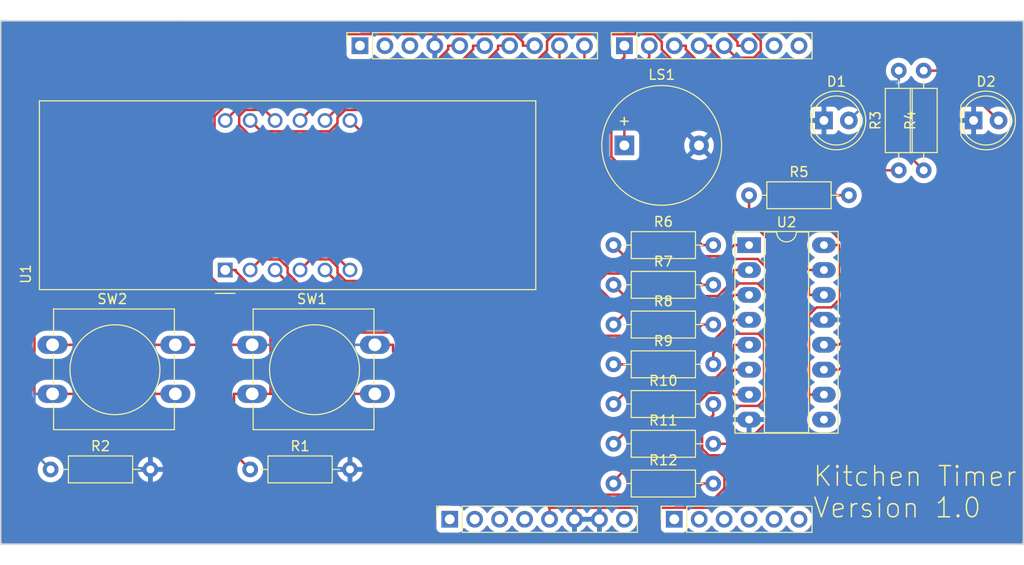
<source format=kicad_pcb>
(kicad_pcb (version 20221018) (generator pcbnew)
  (title_block (date "mar. 31 mars 2015"))
  (layers (0 "F.Cu" signal) (31 "B.Cu" power) (34 "B.Paste" user) (35 "F.Paste" user) (36 "B.SilkS" user "B.Silkscreen") (37 "F.SilkS" user "F.Silkscreen") (38 "B.Mask" user) (39 "F.Mask" user) (44 "Edge.Cuts" user))
  (net 0 "")
  (net 1 "GND")
  (net 3 "+5V")
  (net 4 "/IOREF")
  (net 5 "/A0")
  (net 6 "/A1")
  (net 7 "/A2")
  (net 8 "/A3")
  (net 9 "/SDA{slash}A4")
  (net 10 "/SCL{slash}A5")
  (net 11 "Net-(D1-A)")
  (net 12 "Net-(D2-A)")
  (net 16 "Dig1")
  (net 17 "Dig2")
  (net 18 "Dig3")
  (net 19 "Dig4")
  (net 20 "DS")
  (net 21 "ST_CP")
  (net 22 "SH_CP")
  (net 23 "/TX{slash}1")
  (net 24 "Buzzer")
  (net 25 "/RX{slash}0")
  (net 26 "+3V3")
  (net 27 "VCC")
  (net 28 "/~{RESET}")
  (net 29 "RED_LED")
  (net 30 "GREEN_LED")
  (net 31 "Button_2")
  (net 32 "Button_1")
  (net 33 "a")
  (net 34 "Net-(U1-a)")
  (net 35 "b")
  (net 36 "Net-(U1-b)")
  (net 37 "c")
  (net 38 "Net-(U1-c)")
  (net 39 "d")
  (net 40 "Net-(U1-d)")
  (net 41 "e")
  (net 42 "Net-(U1-e)")
  (net 43 "f")
  (net 44 "Net-(U1-f)")
  (net 45 "g")
  (net 46 "Net-(U1-g)")
  (net 47 "dp")
  (net 48 "Net-(U1-DPX)")
  (footprint "Connector_PinSocket_2.54mm:PinSocket_1x08_P2.54mm_Vertical" (layer "F.Cu") (at 127.94 97.46 90)
    (fp_text reference "J1" hide)
    (fp_text value "Power")
    (fp_line (start -1.33 1.27) (end -1.33 19.11) (stroke (width 0.12)) (layer "F.SilkS"))
    (fp_line (start -1.33 1.27) (end 1.33 1.27) (stroke (width 0.12)) (layer "F.SilkS"))
    (fp_line (start -1.33 19.11) (end 1.33 19.11) (stroke (width 0.12)) (layer "F.SilkS"))
    (fp_line (start 0 -1.33) (end 1.33 -1.33) (stroke (width 0.12)) (layer "F.SilkS"))
    (fp_line (start 1.33 -1.33) (end 1.33 0) (stroke (width 0.12)) (layer "F.SilkS"))
    (fp_line (start 1.33 1.27) (end 1.33 19.11) (stroke (width 0.12)) (layer "F.SilkS"))
    (pad "1" thru_hole rect locked (at 0 0 90) (size 1.7 1.7) (drill 1) (layers "*.Cu" "*.Mask"))
    (pad "2" thru_hole oval locked (at 0 2.54 90) (size 1.7 1.7) (drill 1) (layers "*.Cu" "*.Mask") (net 4 "/IOREF"))
    (pad "3" thru_hole oval locked (at 0 5.08 90) (size 1.7 1.7) (drill 1) (layers "*.Cu" "*.Mask") (net 28 "/~{RESET}"))
    (pad "4" thru_hole oval locked (at 0 7.62 90) (size 1.7 1.7) (drill 1) (layers "*.Cu" "*.Mask") (net 26 "+3V3"))
    (pad "5" thru_hole oval locked (at 0 10.16 90) (size 1.7 1.7) (drill 1) (layers "*.Cu" "*.Mask") (net 3 "+5V"))
    (pad "6" thru_hole oval locked (at 0 12.7 90) (size 1.7 1.7) (drill 1) (layers "*.Cu" "*.Mask") (net 1 "GND"))
    (pad "7" thru_hole oval locked (at 0 15.24 90) (size 1.7 1.7) (drill 1) (layers "*.Cu" "*.Mask") (net 1 "GND"))
    (pad "8" thru_hole oval locked (at 0 17.78 90) (size 1.7 1.7) (drill 1) (layers "*.Cu" "*.Mask") (net 27 "VCC"))
  )
  (footprint "Connector_PinSocket_2.54mm:PinSocket_1x06_P2.54mm_Vertical" (layer "F.Cu") (at 150.8 97.46 90)
    (fp_text reference "J3" hide)
    (fp_text value "Analog")
    (fp_line (start -1.33 1.27) (end -1.33 14.03) (stroke (width 0.12)) (layer "F.SilkS"))
    (fp_line (start -1.33 1.27) (end 1.33 1.27) (stroke (width 0.12)) (layer "F.SilkS"))
    (fp_line (start -1.33 14.03) (end 1.33 14.03) (stroke (width 0.12)) (layer "F.SilkS"))
    (fp_line (start 0 -1.33) (end 1.33 -1.33) (stroke (width 0.12)) (layer "F.SilkS"))
    (fp_line (start 1.33 -1.33) (end 1.33 0) (stroke (width 0.12)) (layer "F.SilkS"))
    (fp_line (start 1.33 1.27) (end 1.33 14.03) (stroke (width 0.12)) (layer "F.SilkS"))
    (pad "1" thru_hole rect locked (at 0 0 90) (size 1.7 1.7) (drill 1) (layers "*.Cu" "*.Mask") (net 5 "/A0"))
    (pad "2" thru_hole oval locked (at 0 2.54 90) (size 1.7 1.7) (drill 1) (layers "*.Cu" "*.Mask") (net 6 "/A1"))
    (pad "3" thru_hole oval locked (at 0 5.08 90) (size 1.7 1.7) (drill 1) (layers "*.Cu" "*.Mask") (net 7 "/A2"))
    (pad "4" thru_hole oval locked (at 0 7.62 90) (size 1.7 1.7) (drill 1) (layers "*.Cu" "*.Mask") (net 8 "/A3"))
    (pad "5" thru_hole oval locked (at 0 10.16 90) (size 1.7 1.7) (drill 1) (layers "*.Cu" "*.Mask") (net 9 "/SDA{slash}A4"))
    (pad "6" thru_hole oval locked (at 0 12.7 90) (size 1.7 1.7) (drill 1) (layers "*.Cu" "*.Mask") (net 10 "/SCL{slash}A5"))
  )
  (footprint "Connector_PinSocket_2.54mm:PinSocket_1x10_P2.54mm_Vertical" (layer "F.Cu") (at 118.796 49.2 90)
    (fp_text reference "J2" hide)
    (fp_text value "Digital/PWM")
    (fp_line (start -1.33 1.27) (end -1.33 24.19) (stroke (width 0.12)) (layer "F.SilkS"))
    (fp_line (start -1.33 1.27) (end 1.33 1.27) (stroke (width 0.12)) (layer "F.SilkS"))
    (fp_line (start -1.33 24.19) (end 1.33 24.19) (stroke (width 0.12)) (layer "F.SilkS"))
    (fp_line (start 0 -1.33) (end 1.33 -1.33) (stroke (width 0.12)) (layer "F.SilkS"))
    (fp_line (start 1.33 -1.33) (end 1.33 0) (stroke (width 0.12)) (layer "F.SilkS"))
    (fp_line (start 1.33 1.27) (end 1.33 24.19) (stroke (width 0.12)) (layer "F.SilkS"))
    (pad "1" thru_hole rect locked (at 0 0 90) (size 1.7 1.7) (drill 1) (layers "*.Cu" "*.Mask"))
    (pad "2" thru_hole oval locked (at 0 2.54 90) (size 1.7 1.7) (drill 1) (layers "*.Cu" "*.Mask"))
    (pad "3" thru_hole oval locked (at 0 5.08 90) (size 1.7 1.7) (drill 1) (layers "*.Cu" "*.Mask"))
    (pad "4" thru_hole oval locked (at 0 7.62 90) (size 1.7 1.7) (drill 1) (layers "*.Cu" "*.Mask") (net 1 "GND"))
    (pad "5" thru_hole oval locked (at 0 10.16 90) (size 1.7 1.7) (drill 1) (layers "*.Cu" "*.Mask") (net 16 "Dig1"))
    (pad "6" thru_hole oval locked (at 0 12.7 90) (size 1.7 1.7) (drill 1) (layers "*.Cu" "*.Mask") (net 17 "Dig2"))
    (pad "7" thru_hole oval locked (at 0 15.24 90) (size 1.7 1.7) (drill 1) (layers "*.Cu" "*.Mask") (net 18 "Dig3"))
    (pad "8" thru_hole oval locked (at 0 17.78 90) (size 1.7 1.7) (drill 1) (layers "*.Cu" "*.Mask") (net 19 "Dig4"))
    (pad "9" thru_hole oval locked (at 0 20.32 90) (size 1.7 1.7) (drill 1) (layers "*.Cu" "*.Mask") (net 20 "DS"))
    (pad "10" thru_hole oval locked (at 0 22.86 90) (size 1.7 1.7) (drill 1) (layers "*.Cu" "*.Mask") (net 21 "ST_CP"))
  )
  (footprint "Connector_PinSocket_2.54mm:PinSocket_1x08_P2.54mm_Vertical" (layer "F.Cu") (at 145.72 49.2 90)
    (fp_text reference "J4" hide)
    (fp_text value "Digital/PWM")
    (fp_line (start -1.33 1.27) (end -1.33 19.11) (stroke (width 0.12)) (layer "F.SilkS"))
    (fp_line (start -1.33 1.27) (end 1.33 1.27) (stroke (width 0.12)) (layer "F.SilkS"))
    (fp_line (start -1.33 19.11) (end 1.33 19.11) (stroke (width 0.12)) (layer "F.SilkS"))
    (fp_line (start 0 -1.33) (end 1.33 -1.33) (stroke (width 0.12)) (layer "F.SilkS"))
    (fp_line (start 1.33 -1.33) (end 1.33 0) (stroke (width 0.12)) (layer "F.SilkS"))
    (fp_line (start 1.33 1.27) (end 1.33 19.11) (stroke (width 0.12)) (layer "F.SilkS"))
    (pad "1" thru_hole rect locked (at 0 0 90) (size 1.7 1.7) (drill 1) (layers "*.Cu" "*.Mask") (net 22 "SH_CP"))
    (pad "2" thru_hole oval locked (at 0 2.54 90) (size 1.7 1.7) (drill 1) (layers "*.Cu" "*.Mask") (net 24 "Buzzer"))
    (pad "3" thru_hole oval locked (at 0 5.08 90) (size 1.7 1.7) (drill 1) (layers "*.Cu" "*.Mask") (net 29 "RED_LED"))
    (pad "4" thru_hole oval locked (at 0 7.62 90) (size 1.7 1.7) (drill 1) (layers "*.Cu" "*.Mask") (net 30 "GREEN_LED"))
    (pad "5" thru_hole oval locked (at 0 10.16 90) (size 1.7 1.7) (drill 1) (layers "*.Cu" "*.Mask") (net 31 "Button_2"))
    (pad "6" thru_hole oval locked (at 0 12.7 90) (size 1.7 1.7) (drill 1) (layers "*.Cu" "*.Mask") (net 32 "Button_1"))
    (pad "7" thru_hole oval locked (at 0 15.24 90) (size 1.7 1.7) (drill 1) (layers "*.Cu" "*.Mask") (net 23 "/TX{slash}1"))
    (pad "8" thru_hole oval locked (at 0 17.78 90) (size 1.7 1.7) (drill 1) (layers "*.Cu" "*.Mask") (net 25 "/RX{slash}0"))
  )
  (footprint "LED_THT:LED_D5.0mm" (layer "F.Cu") (at 181.28 56.82)
    (fp_text reference "D2" (at 1.27 -3.96) (layer "F.SilkS"))
    (fp_text value "LED")
    (fp_line (start -1.29 -1.545) (end -1.29 1.545) (stroke (width 0.12)) (layer "F.SilkS"))
    (fp_arc (start -1.29 -1.54483) (mid 2.072002 -2.880433) (end 4.26 0.000462) (stroke (width 0.12)) (layer "F.SilkS"))
    (fp_arc (start 4.26 -0.000462) (mid 2.072002 2.880433) (end -1.29 1.54483) (stroke (width 0.12)) (layer "F.SilkS"))
    (fp_circle (center 1.27 0) (end 3.77 0) (stroke (width 0.12)) (fill none) (layer "F.SilkS"))
    (pad "1" thru_hole rect (at 0 0) (size 1.8 1.8) (drill 0.9) (layers "*.Cu" "*.Mask") (net 1 "GND"))
    (pad "2" thru_hole circle (at 2.54 0) (size 1.8 1.8) (drill 0.9) (layers "*.Cu" "*.Mask") (net 12 "Net-(D2-A)"))
  )
  (footprint "Package_DIP:DIP-16_W7.62mm_Socket_LongPads" (layer "F.Cu") (at 158.42 69.52)
    (fp_text reference "U2" (at 3.81 -2.33) (layer "F.SilkS"))
    (fp_text value "74HC595")
    (fp_line (start -1.44 -1.39) (end -1.44 19.17) (stroke (width 0.12)) (layer "F.SilkS"))
    (fp_line (start -1.44 19.17) (end 9.06 19.17) (stroke (width 0.12)) (layer "F.SilkS"))
    (fp_line (start 1.56 -1.33) (end 1.56 19.11) (stroke (width 0.12)) (layer "F.SilkS"))
    (fp_line (start 1.56 19.11) (end 6.06 19.11) (stroke (width 0.12)) (layer "F.SilkS"))
    (fp_line (start 2.81 -1.33) (end 1.56 -1.33) (stroke (width 0.12)) (layer "F.SilkS"))
    (fp_line (start 6.06 -1.33) (end 4.81 -1.33) (stroke (width 0.12)) (layer "F.SilkS"))
    (fp_line (start 6.06 19.11) (end 6.06 -1.33) (stroke (width 0.12)) (layer "F.SilkS"))
    (fp_line (start 9.06 -1.39) (end -1.44 -1.39) (stroke (width 0.12)) (layer "F.SilkS"))
    (fp_line (start 9.06 19.17) (end 9.06 -1.39) (stroke (width 0.12)) (layer "F.SilkS"))
    (fp_arc (start 4.81 -1.33) (mid 3.81 -0.33) (end 2.81 -1.33) (stroke (width 0.12)) (layer "F.SilkS"))
    (pad "1" thru_hole rect (at 0 0) (size 2.4 1.6) (drill 0.8) (layers "*.Cu" "*.Mask") (net 35 "b"))
    (pad "2" thru_hole oval (at 0 2.54) (size 2.4 1.6) (drill 0.8) (layers "*.Cu" "*.Mask") (net 37 "c"))
    (pad "3" thru_hole oval (at 0 5.08) (size 2.4 1.6) (drill 0.8) (layers "*.Cu" "*.Mask") (net 39 "d"))
    (pad "4" thru_hole oval (at 0 7.62) (size 2.4 1.6) (drill 0.8) (layers "*.Cu" "*.Mask") (net 41 "e"))
    (pad "5" thru_hole oval (at 0 10.16) (size 2.4 1.6) (drill 0.8) (layers "*.Cu" "*.Mask") (net 43 "f"))
    (pad "6" thru_hole oval (at 0 12.7) (size 2.4 1.6) (drill 0.8) (layers "*.Cu" "*.Mask") (net 45 "g"))
    (pad "7" thru_hole oval (at 0 15.24) (size 2.4 1.6) (drill 0.8) (layers "*.Cu" "*.Mask") (net 47 "dp"))
    (pad "8" thru_hole oval (at 0 17.78) (size 2.4 1.6) (drill 0.8) (layers "*.Cu" "*.Mask") (net 1 "GND"))
    (pad "9" thru_hole oval (at 7.62 17.78) (size 2.4 1.6) (drill 0.8) (layers "*.Cu" "*.Mask"))
    (pad "10" thru_hole oval (at 7.62 15.24) (size 2.4 1.6) (drill 0.8) (layers "*.Cu" "*.Mask") (net 3 "+5V"))
    (pad "11" thru_hole oval (at 7.62 12.7) (size 2.4 1.6) (drill 0.8) (layers "*.Cu" "*.Mask") (net 22 "SH_CP"))
    (pad "12" thru_hole oval (at 7.62 10.16) (size 2.4 1.6) (drill 0.8) (layers "*.Cu" "*.Mask") (net 21 "ST_CP"))
    (pad "13" thru_hole oval (at 7.62 7.62) (size 2.4 1.6) (drill 0.8) (layers "*.Cu" "*.Mask") (net 1 "GND"))
    (pad "14" thru_hole oval (at 7.62 5.08) (size 2.4 1.6) (drill 0.8) (layers "*.Cu" "*.Mask") (net 20 "DS"))
    (pad "15" thru_hole oval (at 7.62 2.54) (size 2.4 1.6) (drill 0.8) (layers "*.Cu" "*.Mask") (net 33 "a"))
    (pad "16" thru_hole oval (at 7.62 0) (size 2.4 1.6) (drill 0.8) (layers "*.Cu" "*.Mask") (net 3 "+5V"))
  )
  (footprint "Resistor_THT:R_Axial_DIN0207_L6.3mm_D2.5mm_P10.16mm_Horizontal" (layer "F.Cu") (at 144.61 77.62)
    (fp_text reference "R8" (at 5.08 -2.37) (layer "F.SilkS"))
    (fp_text value "100")
    (fp_line (start 1.04 0) (end 1.81 0) (stroke (width 0.12)) (layer "F.SilkS"))
    (fp_line (start 1.81 -1.37) (end 1.81 1.37) (stroke (width 0.12)) (layer "F.SilkS"))
    (fp_line (start 1.81 1.37) (end 8.35 1.37) (stroke (width 0.12)) (layer "F.SilkS"))
    (fp_line (start 8.35 -1.37) (end 1.81 -1.37) (stroke (width 0.12)) (layer "F.SilkS"))
    (fp_line (start 8.35 1.37) (end 8.35 -1.37) (stroke (width 0.12)) (layer "F.SilkS"))
    (fp_line (start 9.12 0) (end 8.35 0) (stroke (width 0.12)) (layer "F.SilkS"))
    (pad "1" thru_hole circle (at 0 0) (size 1.6 1.6) (drill 0.8) (layers "*.Cu" "*.Mask") (net 39 "d"))
    (pad "2" thru_hole oval (at 10.16 0) (size 1.6 1.6) (drill 0.8) (layers "*.Cu" "*.Mask") (net 40 "Net-(U1-d)"))
  )
  (footprint "Resistor_THT:R_Axial_DIN0207_L6.3mm_D2.5mm_P10.16mm_Horizontal" (layer "F.Cu") (at 158.42 64.44)
    (fp_text reference "R5" (at 5.08 -2.37) (layer "F.SilkS"))
    (fp_text value "100")
    (fp_line (start 1.04 0) (end 1.81 0) (stroke (width 0.12)) (layer "F.SilkS"))
    (fp_line (start 1.81 -1.37) (end 1.81 1.37) (stroke (width 0.12)) (layer "F.SilkS"))
    (fp_line (start 1.81 1.37) (end 8.35 1.37) (stroke (width 0.12)) (layer "F.SilkS"))
    (fp_line (start 8.35 -1.37) (end 1.81 -1.37) (stroke (width 0.12)) (layer "F.SilkS"))
    (fp_line (start 8.35 1.37) (end 8.35 -1.37) (stroke (width 0.12)) (layer "F.SilkS"))
    (fp_line (start 9.12 0) (end 8.35 0) (stroke (width 0.12)) (layer "F.SilkS"))
    (pad "1" thru_hole circle (at 0 0) (size 1.6 1.6) (drill 0.8) (layers "*.Cu" "*.Mask") (net 33 "a"))
    (pad "2" thru_hole oval (at 10.16 0) (size 1.6 1.6) (drill 0.8) (layers "*.Cu" "*.Mask") (net 34 "Net-(U1-a)"))
  )
  (footprint "LED_THT:LED_D5.0mm" (layer "F.Cu") (at 166.04 56.82)
    (fp_text reference "D1" (at 1.27 -3.96) (layer "F.SilkS"))
    (fp_text value "LED")
    (fp_line (start -1.29 -1.545) (end -1.29 1.545) (stroke (width 0.12)) (layer "F.SilkS"))
    (fp_arc (start -1.29 -1.54483) (mid 2.072002 -2.880433) (end 4.26 0.000462) (stroke (width 0.12)) (layer "F.SilkS"))
    (fp_arc (start 4.26 -0.000462) (mid 2.072002 2.880433) (end -1.29 1.54483) (stroke (width 0.12)) (layer "F.SilkS"))
    (fp_circle (center 1.27 0) (end 3.77 0) (stroke (width 0.12)) (fill none) (layer "F.SilkS"))
    (pad "1" thru_hole rect (at 0 0) (size 1.8 1.8) (drill 0.9) (layers "*.Cu" "*.Mask") (net 1 "GND"))
    (pad "2" thru_hole circle (at 2.54 0) (size 1.8 1.8) (drill 0.9) (layers "*.Cu" "*.Mask") (net 11 "Net-(D1-A)"))
  )
  (footprint "Resistor_THT:R_Axial_DIN0207_L6.3mm_D2.5mm_P10.16mm_Horizontal" (layer "F.Cu") (at 107.62 92.38)
    (fp_text reference "R1" (at 5.08 -2.37) (layer "F.SilkS"))
    (fp_text value "10k")
    (fp_line (start 1.04 0) (end 1.81 0) (stroke (width 0.12)) (layer "F.SilkS"))
    (fp_line (start 1.81 -1.37) (end 1.81 1.37) (stroke (width 0.12)) (layer "F.SilkS"))
    (fp_line (start 1.81 1.37) (end 8.35 1.37) (stroke (width 0.12)) (layer "F.SilkS"))
    (fp_line (start 8.35 -1.37) (end 1.81 -1.37) (stroke (width 0.12)) (layer "F.SilkS"))
    (fp_line (start 8.35 1.37) (end 8.35 -1.37) (stroke (width 0.12)) (layer "F.SilkS"))
    (fp_line (start 9.12 0) (end 8.35 0) (stroke (width 0.12)) (layer "F.SilkS"))
    (pad "1" thru_hole circle (at 0 0) (size 1.6 1.6) (drill 0.8) (layers "*.Cu" "*.Mask") (net 32 "Button_1"))
    (pad "2" thru_hole oval (at 10.16 0) (size 1.6 1.6) (drill 0.8) (layers "*.Cu" "*.Mask") (net 1 "GND"))
  )
  (footprint "Buzzer_Beeper:Buzzer_12x9.5RM7.6" (layer "F.Cu") (at 145.72 59.36)
    (fp_text reference "LS1" (at 3.8 -7.2) (layer "F.SilkS"))
    (fp_text value "Speaker")
    (fp_text user "+" (at -0.01 -2.54) (layer "F.SilkS"))
    (fp_circle (center 3.8 0) (end 9.9 0) (stroke (width 0.12)) (fill none) (layer "F.SilkS"))
    (pad "1" thru_hole rect (at 0 0) (size 2 2) (drill 1) (layers "*.Cu" "*.Mask") (net 24 "Buzzer"))
    (pad "2" thru_hole circle (at 7.6 0) (size 2 2) (drill 1) (layers "*.Cu" "*.Mask") (net 1 "GND"))
  )
  (footprint "Resistor_THT:R_Axial_DIN0207_L6.3mm_D2.5mm_P10.16mm_Horizontal" (layer "F.Cu") (at 87.3 92.38)
    (fp_text reference "R2" (at 5.08 -2.37) (layer "F.SilkS"))
    (fp_text value "10k")
    (fp_line (start 1.04 0) (end 1.81 0) (stroke (width 0.12)) (layer "F.SilkS"))
    (fp_line (start 1.81 -1.37) (end 1.81 1.37) (stroke (width 0.12)) (layer "F.SilkS"))
    (fp_line (start 1.81 1.37) (end 8.35 1.37) (stroke (width 0.12)) (layer "F.SilkS"))
    (fp_line (start 8.35 -1.37) (end 1.81 -1.37) (stroke (width 0.12)) (layer "F.SilkS"))
    (fp_line (start 8.35 1.37) (end 8.35 -1.37) (stroke (width 0.12)) (layer "F.SilkS"))
    (fp_line (start 9.12 0) (end 8.35 0) (stroke (width 0.12)) (layer "F.SilkS"))
    (pad "1" thru_hole circle (at 0 0) (size 1.6 1.6) (drill 0.8) (layers "*.Cu" "*.Mask") (net 31 "Button_2"))
    (pad "2" thru_hole oval (at 10.16 0) (size 1.6 1.6) (drill 0.8) (layers "*.Cu" "*.Mask") (net 1 "GND"))
  )
  (footprint "Button_Switch_THT:SW_PUSH-12mm" (layer "F.Cu") (at 107.82 79.68)
    (fp_text reference "SW1" (at 6.08 -4.66) (layer "F.SilkS"))
    (fp_text value "SW_Push")
    (fp_line (start 0.1 -3.65) (end 12.4 -3.65) (stroke (width 0.12)) (layer "F.SilkS"))
    (fp_line (start 0.1 -0.93) (end 0.1 -3.65) (stroke (width 0.12)) (layer "F.SilkS"))
    (fp_line (start 0.1 4.07) (end 0.1 0.93) (stroke (width 0.12)) (layer "F.SilkS"))
    (fp_line (start 0.1 8.65) (end 0.1 5.93) (stroke (width 0.12)) (layer "F.SilkS"))
    (fp_line (start 12.4 -3.65) (end 12.4 -0.93) (stroke (width 0.12)) (layer "F.SilkS"))
    (fp_line (start 12.4 0.93) (end 12.4 4.07) (stroke (width 0.12)) (layer "F.SilkS"))
    (fp_line (start 12.4 5.93) (end 12.4 8.65) (stroke (width 0.12)) (layer "F.SilkS"))
    (fp_line (start 12.4 8.65) (end 0.1 8.65) (stroke (width 0.12)) (layer "F.SilkS"))
    (fp_circle (center 6.35 2.54) (end 10.16 5.08) (stroke (width 0.12)) (fill none) (layer "F.SilkS"))
    (pad "1" thru_hole oval (at 0 0) (size 3.048 1.85) (drill 1.3) (layers "*.Cu" "*.Mask") (net 3 "+5V"))
    (pad "1" thru_hole oval (at 12.5 0) (size 3.048 1.85) (drill 1.3) (layers "*.Cu" "*.Mask") (net 3 "+5V"))
    (pad "2" thru_hole oval (at 0 5) (size 3.048 1.85) (drill 1.3) (layers "*.Cu" "*.Mask") (net 32 "Button_1"))
    (pad "2" thru_hole oval (at 12.5 5) (size 3.048 1.85) (drill 1.3) (layers "*.Cu" "*.Mask") (net 32 "Button_1"))
  )
  (footprint "Button_Switch_THT:SW_PUSH-12mm" (layer "F.Cu") (at 87.5 79.68)
    (fp_text reference "SW2" (at 6.08 -4.66) (layer "F.SilkS"))
    (fp_text value "SW_Push")
    (fp_line (start 0.1 -3.65) (end 12.4 -3.65) (stroke (width 0.12)) (layer "F.SilkS"))
    (fp_line (start 0.1 -0.93) (end 0.1 -3.65) (stroke (width 0.12)) (layer "F.SilkS"))
    (fp_line (start 0.1 4.07) (end 0.1 0.93) (stroke (width 0.12)) (layer "F.SilkS"))
    (fp_line (start 0.1 8.65) (end 0.1 5.93) (stroke (width 0.12)) (layer "F.SilkS"))
    (fp_line (start 12.4 -3.65) (end 12.4 -0.93) (stroke (width 0.12)) (layer "F.SilkS"))
    (fp_line (start 12.4 0.93) (end 12.4 4.07) (stroke (width 0.12)) (layer "F.SilkS"))
    (fp_line (start 12.4 5.93) (end 12.4 8.65) (stroke (width 0.12)) (layer "F.SilkS"))
    (fp_line (start 12.4 8.65) (end 0.1 8.65) (stroke (width 0.12)) (layer "F.SilkS"))
    (fp_circle (center 6.35 2.54) (end 10.16 5.08) (stroke (width 0.12)) (fill none) (layer "F.SilkS"))
    (pad "1" thru_hole oval (at 0 0) (size 3.048 1.85) (drill 1.3) (layers "*.Cu" "*.Mask") (net 3 "+5V"))
    (pad "1" thru_hole oval (at 12.5 0) (size 3.048 1.85) (drill 1.3) (layers "*.Cu" "*.Mask") (net 3 "+5V"))
    (pad "2" thru_hole oval (at 0 5) (size 3.048 1.85) (drill 1.3) (layers "*.Cu" "*.Mask") (net 31 "Button_2"))
    (pad "2" thru_hole oval (at 12.5 5) (size 3.048 1.85) (drill 1.3) (layers "*.Cu" "*.Mask") (net 31 "Button_2"))
  )
  (footprint "Display_7Segment:CA56-12EWA" (layer "F.Cu") (at 105.08 72.06 90)
    (fp_text reference "U1" (at -0.4 -20.31 90) (layer "F.SilkS"))
    (fp_text value "CA56-12EWA")
    (fp_line (start -2.38 -1) (end -2.38 1) (stroke (width 0.12)) (layer "F.SilkS"))
    (fp_line (start -2 -18.92) (end -2 31.62) (stroke (width 0.12)) (layer "F.SilkS"))
    (fp_line (start -2 -18.92) (end 17.24 -18.92) (stroke (width 0.12)) (layer "F.SilkS"))
    (fp_line (start -2 31.62) (end 17.24 31.62) (stroke (width 0.12)) (layer "F.SilkS"))
    (fp_line (start 17.24 31.62) (end 17.24 -18.92) (stroke (width 0.12)) (layer "F.SilkS"))
    (pad "1" thru_hole rect (at 0 0 90) (size 1.5 1.5) (drill 1) (layers "*.Cu" "*.Mask") (net 42 "Net-(U1-e)"))
    (pad "2" thru_hole circle (at 0 2.54 90) (size 1.5 1.5) (drill 1) (layers "*.Cu" "*.Mask") (net 40 "Net-(U1-d)"))
    (pad "3" thru_hole circle (at 0 5.08 90) (size 1.5 1.5) (drill 1) (layers "*.Cu" "*.Mask") (net 48 "Net-(U1-DPX)"))
    (pad "4" thru_hole circle (at 0 7.62 90) (size 1.5 1.5) (drill 1) (layers "*.Cu" "*.Mask") (net 38 "Net-(U1-c)"))
    (pad "5" thru_hole circle (at 0 10.16 90) (size 1.5 1.5) (drill 1) (layers "*.Cu" "*.Mask") (net 46 "Net-(U1-g)"))
    (pad "6" thru_hole circle (at 0 12.7 90) (size 1.5 1.5) (drill 1) (layers "*.Cu" "*.Mask") (net 19 "Dig4"))
    (pad "7" thru_hole circle (at 15.24 12.7 90) (size 1.5 1.5) (drill 1) (layers "*.Cu" "*.Mask") (net 36 "Net-(U1-b)"))
    (pad "8" thru_hole circle (at 15.24 10.16 90) (size 1.5 1.5) (drill 1) (layers "*.Cu" "*.Mask") (net 18 "Dig3"))
    (pad "9" thru_hole circle (at 15.24 7.62 90) (size 1.5 1.5) (drill 1) (layers "*.Cu" "*.Mask") (net 17 "Dig2"))
    (pad "10" thru_hole circle (at 15.24 5.08 90) (size 1.5 1.5) (drill 1) (layers "*.Cu" "*.Mask") (net 44 "Net-(U1-f)"))
    (pad "11" thru_hole circle (at 15.24 2.54 90) (size 1.5 1.5) (drill 1) (layers "*.Cu" "*.Mask") (net 34 "Net-(U1-a)"))
    (pad "12" thru_hole circle (at 15.24 0 90) (size 1.5 1.5) (drill 1) (layers "*.Cu" "*.Mask") (net 16 "Dig1"))
  )
  (footprint "Resistor_THT:R_Axial_DIN0207_L6.3mm_D2.5mm_P10.16mm_Horizontal" (layer "F.Cu") (at 144.61 93.82)
    (fp_text reference "R12" (at 5.08 -2.37) (layer "F.SilkS"))
    (fp_text value "100")
    (fp_line (start 1.04 0) (end 1.81 0) (stroke (width 0.12)) (layer "F.SilkS"))
    (fp_line (start 1.81 -1.37) (end 1.81 1.37) (stroke (width 0.12)) (layer "F.SilkS"))
    (fp_line (start 1.81 1.37) (end 8.35 1.37) (stroke (width 0.12)) (layer "F.SilkS"))
    (fp_line (start 8.35 -1.37) (end 1.81 -1.37) (stroke (width 0.12)) (layer "F.SilkS"))
    (fp_line (start 8.35 1.37) (end 8.35 -1.37) (stroke (width 0.12)) (layer "F.SilkS"))
    (fp_line (start 9.12 0) (end 8.35 0) (stroke (width 0.12)) (layer "F.SilkS"))
    (pad "1" thru_hole circle (at 0 0) (size 1.6 1.6) (drill 0.8) (layers "*.Cu" "*.Mask") (net 47 "dp"))
    (pad "2" thru_hole oval (at 10.16 0) (size 1.6 1.6) (drill 0.8) (layers "*.Cu" "*.Mask") (net 48 "Net-(U1-DPX)"))
  )
  (footprint "Resistor_THT:R_Axial_DIN0207_L6.3mm_D2.5mm_P10.16mm_Horizontal" (layer "F.Cu") (at 144.61 85.72)
    (fp_text reference "R10" (at 5.08 -2.37) (layer "F.SilkS"))
    (fp_text value "100")
    (fp_line (start 1.04 0) (end 1.81 0) (stroke (width 0.12)) (layer "F.SilkS"))
    (fp_line (start 1.81 -1.37) (end 1.81 1.37) (stroke (width 0.12)) (layer "F.SilkS"))
    (fp_line (start 1.81 1.37) (end 8.35 1.37) (stroke (width 0.12)) (layer "F.SilkS"))
    (fp_line (start 8.35 -1.37) (end 1.81 -1.37) (stroke (width 0.12)) (layer "F.SilkS"))
    (fp_line (start 8.35 1.37) (end 8.35 -1.37) (stroke (width 0.12)) (layer "F.SilkS"))
    (fp_line (start 9.12 0) (end 8.35 0) (stroke (width 0.12)) (layer "F.SilkS"))
    (pad "1" thru_hole circle (at 0 0) (size 1.6 1.6) (drill 0.8) (layers "*.Cu" "*.Mask") (net 43 "f"))
    (pad "2" thru_hole oval (at 10.16 0) (size 1.6 1.6) (drill 0.8) (layers "*.Cu" "*.Mask") (net 44 "Net-(U1-f)"))
  )
  (footprint "Resistor_THT:R_Axial_DIN0207_L6.3mm_D2.5mm_P10.16mm_Horizontal" (layer "F.Cu") (at 144.61 81.67)
    (fp_text reference "R9" (at 5.08 -2.37) (layer "F.SilkS"))
    (fp_text value "100")
    (fp_line (start 1.04 0) (end 1.81 0) (stroke (width 0.12)) (layer "F.SilkS"))
    (fp_line (start 1.81 -1.37) (end 1.81 1.37) (stroke (width 0.12)) (layer "F.SilkS"))
    (fp_line (start 1.81 1.37) (end 8.35 1.37) (stroke (width 0.12)) (layer "F.SilkS"))
    (fp_line (start 8.35 -1.37) (end 1.81 -1.37) (stroke (width 0.12)) (layer "F.SilkS"))
    (fp_line (start 8.35 1.37) (end 8.35 -1.37) (stroke (width 0.12)) (layer "F.SilkS"))
    (fp_line (start 9.12 0) (end 8.35 0) (stroke (width 0.12)) (layer "F.SilkS"))
    (pad "1" thru_hole circle (at 0 0) (size 1.6 1.6) (drill 0.8) (layers "*.Cu" "*.Mask") (net 41 "e"))
    (pad "2" thru_hole oval (at 10.16 0) (size 1.6 1.6) (drill 0.8) (layers "*.Cu" "*.Mask") (net 42 "Net-(U1-e)"))
  )
  (footprint "Resistor_THT:R_Axial_DIN0207_L6.3mm_D2.5mm_P10.16mm_Horizontal" (layer "F.Cu") (at 144.61 69.52)
    (fp_text reference "R6" (at 5.08 -2.37) (layer "F.SilkS"))
    (fp_text value "100")
    (fp_line (start 1.04 0) (end 1.81 0) (stroke (width 0.12)) (layer "F.SilkS"))
    (fp_line (start 1.81 -1.37) (end 1.81 1.37) (stroke (width 0.12)) (layer "F.SilkS"))
    (fp_line (start 1.81 1.37) (end 8.35 1.37) (stroke (width 0.12)) (layer "F.SilkS"))
    (fp_line (start 8.35 -1.37) (end 1.81 -1.37) (stroke (width 0.12)) (layer "F.SilkS"))
    (fp_line (start 8.35 1.37) (end 8.35 -1.37) (stroke (width 0.12)) (layer "F.SilkS"))
    (fp_line (start 9.12 0) (end 8.35 0) (stroke (width 0.12)) (layer "F.SilkS"))
    (pad "1" thru_hole circle (at 0 0) (size 1.6 1.6) (drill 0.8) (layers "*.Cu" "*.Mask") (net 35 "b"))
    (pad "2" thru_hole oval (at 10.16 0) (size 1.6 1.6) (drill 0.8) (layers "*.Cu" "*.Mask") (net 36 "Net-(U1-b)"))
  )
  (footprint "Resistor_THT:R_Axial_DIN0207_L6.3mm_D2.5mm_P10.16mm_Horizontal" (layer "F.Cu") (at 173.66 61.9 90)
    (fp_text reference "R3" (at 5.08 -2.37 90) (layer "F.SilkS"))
    (fp_text value "330")
    (fp_line (start 1.04 0) (end 1.81 0) (stroke (width 0.12)) (layer "F.SilkS"))
    (fp_line (start 1.81 -1.37) (end 1.81 1.37) (stroke (width 0.12)) (layer "F.SilkS"))
    (fp_line (start 1.81 1.37) (end 8.35 1.37) (stroke (width 0.12)) (layer "F.SilkS"))
    (fp_line (start 8.35 -1.37) (end 1.81 -1.37) (stroke (width 0.12)) (layer "F.SilkS"))
    (fp_line (start 8.35 1.37) (end 8.35 -1.37) (stroke (width 0.12)) (layer "F.SilkS"))
    (fp_line (start 9.12 0) (end 8.35 0) (stroke (width 0.12)) (layer "F.SilkS"))
    (pad "1" thru_hole circle (at 0 0 90) (size 1.6 1.6) (drill 0.8) (layers "*.Cu" "*.Mask") (net 29 "RED_LED"))
    (pad "2" thru_hole oval (at 10.16 0 90) (size 1.6 1.6) (drill 0.8) (layers "*.Cu" "*.Mask") (net 11 "Net-(D1-A)"))
  )
  (footprint "Resistor_THT:R_Axial_DIN0207_L6.3mm_D2.5mm_P10.16mm_Horizontal" (layer "F.Cu") (at 144.61 73.57)
    (fp_text reference "R7" (at 5.08 -2.37) (layer "F.SilkS"))
    (fp_text value "100")
    (fp_line (start 1.04 0) (end 1.81 0) (stroke (width 0.12)) (layer "F.SilkS"))
    (fp_line (start 1.81 -1.37) (end 1.81 1.37) (stroke (width 0.12)) (layer "F.SilkS"))
    (fp_line (start 1.81 1.37) (end 8.35 1.37) (stroke (width 0.12)) (layer "F.SilkS"))
    (fp_line (start 8.35 -1.37) (end 1.81 -1.37) (stroke (width 0.12)) (layer "F.SilkS"))
    (fp_line (start 8.35 1.37) (end 8.35 -1.37) (stroke (width 0.12)) (layer "F.SilkS"))
    (fp_line (start 9.12 0) (end 8.35 0) (stroke (width 0.12)) (layer "F.SilkS"))
    (pad "1" thru_hole circle (at 0 0) (size 1.6 1.6) (drill 0.8) (layers "*.Cu" "*.Mask") (net 37 "c"))
    (pad "2" thru_hole oval (at 10.16 0) (size 1.6 1.6) (drill 0.8) (layers "*.Cu" "*.Mask") (net 38 "Net-(U1-c)"))
  )
  (footprint "Resistor_THT:R_Axial_DIN0207_L6.3mm_D2.5mm_P10.16mm_Horizontal" (layer "F.Cu") (at 144.61 89.77)
    (fp_text reference "R11" (at 5.08 -2.37) (layer "F.SilkS"))
    (fp_text value "100")
    (fp_line (start 1.04 0) (end 1.81 0) (stroke (width 0.12)) (layer "F.SilkS"))
    (fp_line (start 1.81 -1.37) (end 1.81 1.37) (stroke (width 0.12)) (layer "F.SilkS"))
    (fp_line (start 1.81 1.37) (end 8.35 1.37) (stroke (width 0.12)) (layer "F.SilkS"))
    (fp_line (start 8.35 -1.37) (end 1.81 -1.37) (stroke (width 0.12)) (layer "F.SilkS"))
    (fp_line (start 8.35 1.37) (end 8.35 -1.37) (stroke (width 0.12)) (layer "F.SilkS"))
    (fp_line (start 9.12 0) (end 8.35 0) (stroke (width 0.12)) (layer "F.SilkS"))
    (pad "1" thru_hole circle (at 0 0) (size 1.6 1.6) (drill 0.8) (layers "*.Cu" "*.Mask") (net 45 "g"))
    (pad "2" thru_hole oval (at 10.16 0) (size 1.6 1.6) (drill 0.8) (layers "*.Cu" "*.Mask") (net 46 "Net-(U1-g)"))
  )
  (footprint "Resistor_THT:R_Axial_DIN0207_L6.3mm_D2.5mm_P10.16mm_Horizontal" (layer "F.Cu") (at 176.2 61.9 90)
    (fp_text reference "R4" (at 5.08 -1.37 90) (layer "F.SilkS"))
    (fp_text value "330")
    (fp_line (start 1.04 0) (end 1.81 0) (stroke (width 0.12)) (layer "F.SilkS"))
    (fp_line (start 1.81 -1.37) (end 1.81 1.37) (stroke (width 0.12)) (layer "F.SilkS"))
    (fp_line (start 1.81 1.37) (end 8.35 1.37) (stroke (width 0.12)) (layer "F.SilkS"))
    (fp_line (start 8.35 -1.37) (end 1.81 -1.37) (stroke (width 0.12)) (layer "F.SilkS"))
    (fp_line (start 8.35 1.37) (end 8.35 -1.37) (stroke (width 0.12)) (layer "F.SilkS"))
    (fp_line (start 9.12 0) (end 8.35 0) (stroke (width 0.12)) (layer "F.SilkS"))
    (pad "1" thru_hole circle (at 0 0 90) (size 1.6 1.6) (drill 0.8) (layers "*.Cu" "*.Mask") (net 30 "GREEN_LED"))
    (pad "2" thru_hole oval (at 10.16 0 90) (size 1.6 1.6) (drill 0.8) (layers "*.Cu" "*.Mask") (net 12 "Net-(D2-A)"))
  )
  (gr_line (start 100.762 46.66) (end 82.22 46.66) (stroke (width 0.15)) (layer "Edge.Cuts"))
  (gr_line (start 186.36 46.66) (end 163.5 46.66) (stroke (width 0.15)) (layer "Edge.Cuts"))
  (gr_line (start 165.278 100) (end 186.36 100) (stroke (width 0.15)) (layer "Edge.Cuts"))
  (gr_line (start 165.278 100) (end 100.762 100) (stroke (width 0.15)) (layer "Edge.Cuts"))
  (gr_line (start 100.762 46.66) (end 163.5 46.66) (stroke (width 0.15)) (layer "Edge.Cuts"))
  (gr_line (start 82.22 46.66) (end 82.22 100) (stroke (width 0.15)) (layer "Edge.Cuts"))
  (gr_line (start 186.36 100) (end 186.36 46.66) (stroke (width 0.15)) (layer "Edge.Cuts"))
  (gr_line (start 82.22 100) (end 100.762 100) (stroke (width 0.15)) (layer "Edge.Cuts"))
  (gr_text "Kitchen Timer\nVersion 1.0" (at 164.83 97.46) (layer "F.SilkS") (effects (font (size 2 2)) (justify left bottom)))
  (segment (start 164.5149 76.6522) (end 164.5149 84.76) (width 0.25) (layer "F.Cu") (net 3))
  (segment (start 167.5651 75.0957) (end 166.7908 75.87) (width 0.25) (layer "F.Cu") (net 3))
  (segment (start 167.5651 69.52) (end 167.5651 75.0957) (width 0.25) (layer "F.Cu") (net 3))
  (segment (start 122.1691 80.3539) (end 138.1 96.2848) (width 0.25) (layer "F.Cu") (net 3))
  (segment (start 87.5 79.68) (end 100 79.68) (width 0.25) (layer "F.Cu") (net 3))
  (segment (start 166.7908 75.87) (end 165.2971 75.87) (width 0.25) (layer "F.Cu") (net 3))
  (segment (start 166.04 84.76) (end 164.5149 84.76) (width 0.25) (layer "F.Cu") (net 3))
  (segment (start 138.1 97.46) (end 138.1 96.3974) (width 0.25) (layer "F.Cu") (net 3))
  (segment (start 138.1 96.2848) (end 154.5896 96.2848) (width 0.25) (layer "F.Cu") (net 3))
  (segment (start 120.32 79.68) (end 122.1691 79.68) (width 0.25) (layer "F.Cu") (net 3))
  (segment (start 138.1 96.3974) (end 138.1 96.2848) (width 0.25) (layer "F.Cu") (net 3))
  (segment (start 154.5896 96.2848) (end 164.5149 86.3595) (width 0.25) (layer "F.Cu") (net 3))
  (segment (start 165.2971 75.87) (end 164.5149 76.6522) (width 0.25) (layer "F.Cu") (net 3))
  (segment (start 122.1691 79.68) (end 122.1691 80.3539) (width 0.25) (layer "F.Cu") (net 3))
  (segment (start 166.04 69.52) (end 167.5651 69.52) (width 0.25) (layer "F.Cu") (net 3))
  (segment (start 164.5149 86.3595) (end 164.5149 84.76) (width 0.25) (layer "F.Cu") (net 3))
  (segment (start 100 79.68) (end 107.82 79.68) (width 0.25) (layer "F.Cu") (net 3))
  (segment (start 120.32 79.68) (end 107.82 79.68) (width 0.25) (layer "B.Cu") (net 3))
  (segment (start 172.5349 52.8651) (end 168.58 56.82) (width 0.25) (layer "B.Cu") (net 11))
  (segment (start 173.66 51.74) (end 173.66 52.8651) (width 0.25) (layer "B.Cu") (net 11))
  (segment (start 173.66 52.8651) (end 172.5349 52.8651) (width 0.25) (layer "B.Cu") (net 11))
  (segment (start 176.2 51.74) (end 178.74 51.74) (width 0.25) (layer "F.Cu") (net 12))
  (segment (start 178.74 51.74) (end 183.82 56.82) (width 0.25) (layer "F.Cu") (net 12))
  (segment (start 126.3165 51.0296) (end 127.7809 49.5652) (width 0.25) (layer "F.Cu") (net 16))
  (segment (start 128.956 49.2) (end 127.7809 49.2) (width 0.25) (layer "F.Cu") (net 16))
  (segment (start 105.08 56.82) (end 110.8704 51.0296) (width 0.25) (layer "F.Cu") (net 16))
  (segment (start 110.8704 51.0296) (end 126.3165 51.0296) (width 0.25) (layer "F.Cu") (net 16))
  (segment (start 127.7809 49.5652) (end 127.7809 49.2) (width 0.25) (layer "F.Cu") (net 16))
  (segment (start 112.7 56.82) (end 117.5177 52.0023) (width 0.25) (layer "F.Cu") (net 17))
  (segment (start 127.8838 52.0023) (end 130.3209 49.5652) (width 0.25) (layer "F.Cu") (net 17))
  (segment (start 130.3209 49.5652) (end 130.3209 49.2) (width 0.25) (layer "F.Cu") (net 17))
  (segment (start 117.5177 52.0023) (end 127.8838 52.0023) (width 0.25) (layer "F.Cu") (net 17))
  (segment (start 131.496 49.2) (end 130.3209 49.2) (width 0.25) (layer "F.Cu") (net 17))
  (segment (start 118.0318 54.0282) (end 115.24 56.82) (width 0.25) (layer "F.Cu") (net 18))
  (segment (start 118.0318 54.0281) (end 118.0318 54.0282) (width 0.25) (layer "F.Cu") (net 18))
  (segment (start 128.398 54.0281) (end 118.0318 54.0281) (width 0.25) (layer "F.Cu") (net 18))
  (segment (start 132.8609 49.5652) (end 128.398 54.0281) (width 0.25) (layer "F.Cu") (net 18))
  (segment (start 134.036 49.2) (end 132.8609 49.2) (width 0.25) (layer "F.Cu") (net 18))
  (segment (start 132.8609 49.2) (end 132.8609 49.5652) (width 0.25) (layer "F.Cu") (net 18))
  (segment (start 136.576 49.2) (end 135.4009 49.2) (width 0.25) (layer "F.Cu") (net 19))
  (segment (start 103.9908 56.3803) (end 112.354 48.0171) (width 0.25) (layer "F.Cu") (net 19))
  (segment (start 112.354 48.0171) (end 134.5832 48.0171) (width 0.25) (layer "F.Cu") (net 19))
  (segment (start 134.5832 48.0171) (end 135.4009 48.8348) (width 0.25) (layer "F.Cu") (net 19))
  (segment (start 103.9908 58.2708) (end 103.9908 56.3803) (width 0.25) (layer "F.Cu") (net 19))
  (segment (start 135.4009 48.8348) (end 135.4009 49.2) (width 0.25) (layer "F.Cu") (net 19))
  (segment (start 117.78 72.06) (end 103.9908 58.2708) (width 0.25) (layer "F.Cu") (net 19))
  (segment (start 139.116 56.5029) (end 145.2594 62.6463) (width 0.25) (layer "F.Cu") (net 20))
  (segment (start 154.0863 62.6463) (end 164.5149 73.0749) (width 0.25) (layer "F.Cu") (net 20))
  (segment (start 166.04 74.6) (end 164.5149 74.6) (width 0.25) (layer "F.Cu") (net 20))
  (segment (start 139.116 49.2) (end 139.116 56.5029) (width 0.25) (layer "F.Cu") (net 20))
  (segment (start 164.5149 73.0749) (end 164.5149 74.6) (width 0.25) (layer "F.Cu") (net 20))
  (segment (start 145.2594 62.6463) (end 154.0863 62.6463) (width 0.25) (layer "F.Cu") (net 20))
  (segment (start 166.04 79.68) (end 167.5651 79.68) (width 0.25) (layer "F.Cu") (net 21))
  (segment (start 168.0363 69.3352) (end 168.0363 79.2088) (width 0.25) (layer "F.Cu") (net 21))
  (segment (start 141.656 49.2) (end 141.656 58.4063) (width 0.25) (layer "F.Cu") (net 21))
  (segment (start 141.656 58.4063) (end 145.2207 61.971) (width 0.25) (layer "F.Cu") (net 21))
  (segment (start 145.2207 61.971) (end 160.6721 61.971) (width 0.25) (layer "F.Cu") (net 21))
  (segment (start 168.0363 79.2088) (end 167.5651 79.68) (width 0.25) (layer "F.Cu") (net 21))
  (segment (start 160.6721 61.971) (end 168.0363 69.3352) (width 0.25) (layer "F.Cu") (net 21))
  (segment (start 166.04 82.22) (end 167.5651 82.22) (width 0.25) (layer "F.Cu") (net 22))
  (segment (start 144.3948 60.5085) (end 144.3948 51.7003) (width 0.25) (layer "F.Cu") (net 22))
  (segment (start 145.1422 61.2559) (end 144.3948 60.5085) (width 0.25) (layer "F.Cu") (net 22))
  (segment (start 160.6324 61.2559) (end 145.1422 61.2559) (width 0.25) (layer "F.Cu") (net 22))
  (segment (start 167.5651 82.22) (end 168.4869 81.2982) (width 0.25) (layer "F.Cu") (net 22))
  (segment (start 168.4869 69.1104) (end 160.6324 61.2559) (width 0.25) (layer "F.Cu") (net 22))
  (segment (start 145.72 49.2) (end 145.72 50.3751) (width 0.25) (layer "F.Cu") (net 22))
  (segment (start 168.4869 81.2982) (end 168.4869 69.1104) (width 0.25) (layer "F.Cu") (net 22))
  (segment (start 144.3948 51.7003) (end 145.72 50.3751) (width 0.25) (layer "F.Cu") (net 22))
  (segment (start 145.72 52.9151) (end 148.26 50.3751) (width 0.25) (layer "F.Cu") (net 24))
  (segment (start 148.26 49.2) (end 148.26 50.3751) (width 0.25) (layer "F.Cu") (net 24))
  (segment (start 145.72 59.36) (end 145.72 52.9151) (width 0.25) (layer "F.Cu") (net 24))
  (segment (start 164.3098 61.9) (end 151.9751 49.5653) (width 0.25) (layer "F.Cu") (net 29))
  (segment (start 173.66 61.9) (end 164.3098 61.9) (width 0.25) (layer "F.Cu") (net 29))
  (segment (start 151.9751 49.5653) (end 151.9751 49.2) (width 0.25) (layer "F.Cu") (net 29))
  (segment (start 150.8 49.2) (end 151.9751 49.2) (width 0.25) (layer "F.Cu") (net 29))
  (segment (start 154.5151 49.2) (end 154.5151 49.5653) (width 0.25) (layer "F.Cu") (net 30))
  (segment (start 167.8017 53.5017) (end 176.2 61.9) (width 0.25) (layer "F.Cu") (net 30))
  (segment (start 154.5151 49.5653) (end 158.4515 53.5017) (width 0.25) (layer "F.Cu") (net 30))
  (segment (start 153.34 49.2) (end 154.5151 49.2) (width 0.25) (layer "F.Cu") (net 30))
  (segment (start 158.4515 53.5017) (end 167.8017 53.5017) (width 0.25) (layer "F.Cu") (net 30))
  (segment (start 87.5 84.68) (end 85.6509 84.68) (width 0.25) (layer "F.Cu") (net 31))
  (segment (start 85.6509 84.68) (end 85.6509 73.326) (width 0.25) (layer "F.Cu") (net 31))
  (segment (start 111.862 47.1149) (end 158.0103 47.1149) (width 0.25) (layer "F.Cu") (net 31))
  (segment (start 158.0103 47.1149) (end 159.607 48.7116) (width 0.25) (layer "F.Cu") (net 31))
  (segment (start 85.6509 73.326) (end 111.862 47.1149) (width 0.25) (layer "F.Cu") (net 31))
  (segment (start 100 84.68) (end 87.5 84.68) (width 0.25) (layer "F.Cu") (net 31))
  (segment (start 159.607 48.7116) (end 159.607 49.7186) (width 0.25) (layer "F.Cu") (net 31))
  (segment (start 157.102 50.422) (end 155.88 49.2) (width 0.25) (layer "F.Cu") (net 31))
  (segment (start 159.607 49.7186) (end 158.9036 50.422) (width 0.25) (layer "F.Cu") (net 31))
  (segment (start 158.9036 50.422) (end 157.102 50.422) (width 0.25) (layer "F.Cu") (net 31))
  (segment (start 85.6509 84.68) (end 85.6509 90.7309) (width 0.25) (layer "B.Cu") (net 31))
  (segment (start 87.5 84.68) (end 85.6509 84.68) (width 0.25) (layer "B.Cu") (net 31))
  (segment (start 85.6509 90.7309) (end 87.3 92.38) (width 0.25) (layer "B.Cu") (net 31))
  (segment (start 105.9709 90.7309) (end 107.62 92.38) (width 0.25) (layer "F.Cu") (net 32))
  (segment (start 107.82 84.68) (end 105.9709 84.68) (width 0.25) (layer "F.Cu") (net 32))
  (segment (start 109.6893 78.8335) (end 103.5371 72.6813) (width 0.25) (layer "F.Cu") (net 32))
  (segment (start 120.32 84.68) (end 109.6893 84.68) (width 0.25) (layer "F.Cu") (net 32))
  (segment (start 103.5371 56.0765) (end 112.0473 47.5663) (width 0.25) (layer "F.Cu") (net 32))
  (segment (start 109.6893 84.68) (end 107.82 84.68) (width 0.25) (layer "F.Cu") (net 32))
  (segment (start 158.42 49.2) (end 157.2449 49.2) (width 0.25) (layer "F.Cu") (net 32))
  (segment (start 109.6893 84.68) (end 109.6893 78.8335) (width 0.25) (layer "F.Cu") (net 32))
  (segment (start 103.5371 72.6813) (end 103.5371 56.0765) (width 0.25) (layer "F.Cu") (net 32))
  (segment (start 157.2449 48.8348) (end 157.2449 49.2) (width 0.25) (layer "F.Cu") (net 32))
  (segment (start 105.9709 84.68) (end 105.9709 90.7309) (width 0.25) (layer "F.Cu") (net 32))
  (segment (start 155.9764 47.5663) (end 157.2449 48.8348) (width 0.25) (layer "F.Cu") (net 32))
  (segment (start 112.0473 47.5663) (end 155.9764 47.5663) (width 0.25) (layer "F.Cu") (net 32))
  (segment (start 158.42 64.44) (end 158.42 65.9651) (width 0.25) (layer "F.Cu") (net 33))
  (segment (start 166.04 72.06) (end 164.5149 72.06) (width 0.25) (layer "F.Cu") (net 33))
  (segment (start 158.42 65.9651) (end 164.5149 72.06) (width 0.25) (layer "F.Cu") (net 33))
  (segment (start 137.846 49.666) (end 131.7671 55.7449) (width 0.25) (layer "F.Cu") (net 34))
  (segment (start 149.53 49.5966) (end 149.53 48.8067) (width 0.25) (layer "F.Cu") (net 34))
  (segment (start 108.7242 57.9242) (end 107.62 56.82) (width 0.25) (layer "F.Cu") (net 34))
  (segment (start 161.1104 60.5404) (end 160.4738 60.5404) (width 0.25) (layer "F.Cu") (net 34))
  (segment (start 116.51 56.5293) (end 116.51 57.1004) (width 0.25) (layer "F.Cu") (net 34))
  (segment (start 131.7671 55.7449) (end 117.2944 55.7449) (width 0.25) (layer "F.Cu") (net 34))
  (segment (start 115.6862 57.9242) (end 108.7242 57.9242) (width 0.25) (layer "F.Cu") (net 34))
  (segment (start 168.58 64.44) (end 165.01 64.44) (width 0.25) (layer "F.Cu") (net 34))
  (segment (start 137.846 48.7428) (end 137.846 49.666) (width 0.25) (layer "F.Cu") (net 34))
  (segment (start 148.7482 48.0249) (end 138.5639 48.0249) (width 0.25) (layer "F.Cu") (net 34))
  (segment (start 149.53 48.8067) (end 148.7482 48.0249) (width 0.25) (layer "F.Cu") (net 34))
  (segment (start 160.4738 60.5404) (end 149.53 49.5966) (width 0.25) (layer "F.Cu") (net 34))
  (segment (start 165.01 64.44) (end 161.1104 60.5404) (width 0.25) (layer "F.Cu") (net 34))
  (segment (start 117.2944 55.7449) (end 116.51 56.5293) (width 0.25) (layer "F.Cu") (net 34))
  (segment (start 116.51 57.1004) (end 115.6862 57.9242) (width 0.25) (layer "F.Cu") (net 34))
  (segment (start 138.5639 48.0249) (end 137.846 48.7428) (width 0.25) (layer "F.Cu") (net 34))
  (segment (start 156.8949 69.52) (end 155.7622 70.6527) (width 0.25) (layer "F.Cu") (net 35))
  (segment (start 158.42 69.52) (end 156.8949 69.52) (width 0.25) (layer "F.Cu") (net 35))
  (segment (start 145.7427 70.6527) (end 144.61 69.52) (width 0.25) (layer "F.Cu") (net 35))
  (segment (start 155.7622 70.6527) (end 145.7427 70.6527) (width 0.25) (layer "F.Cu") (net 35))
  (segment (start 154.77 69.52) (end 153.6449 69.52) (width 0.25) (layer "F.Cu") (net 36))
  (segment (start 117.78 56.82) (end 124.7676 63.8076) (width 0.25) (layer "F.Cu") (net 36))
  (segment (start 124.7676 63.8076) (end 147.9325 63.8076) (width 0.25) (layer "F.Cu") (net 36))
  (segment (start 147.9325 63.8076) (end 153.6449 69.52) (width 0.25) (layer "F.Cu") (net 36))
  (segment (start 158.42 72.06) (end 156.8949 72.06) (width 0.25) (layer "F.Cu") (net 37))
  (segment (start 145.7569 74.7169) (end 144.61 73.57) (width 0.25) (layer "F.Cu") (net 37))
  (segment (start 156.8949 73.0557) (end 155.2337 74.7169) (width 0.25) (layer "F.Cu") (net 37))
  (segment (start 156.8949 72.06) (end 156.8949 73.0557) (width 0.25) (layer "F.Cu") (net 37))
  (segment (start 155.2337 74.7169) (end 145.7569 74.7169) (width 0.25) (layer "F.Cu") (net 37))
  (segment (start 113.7851 70.9749) (end 115.7281 70.9749) (width 0.25) (layer "F.Cu") (net 38))
  (segment (start 117.3334 73.1726) (end 143.1389 73.1726) (width 0.25) (layer "F.Cu") (net 38))
  (segment (start 112.7 72.06) (end 113.7851 70.9749) (width 0.25) (layer "F.Cu") (net 38))
  (segment (start 152.498 72.4231) (end 153.6449 73.57) (width 0.25) (layer "F.Cu") (net 38))
  (segment (start 143.1389 73.1726) (end 143.8884 72.4231) (width 0.25) (layer "F.Cu") (net 38))
  (segment (start 115.7281 70.9749) (end 116.51 71.7568) (width 0.25) (layer "F.Cu") (net 38))
  (segment (start 116.51 71.7568) (end 116.51 72.3492) (width 0.25) (layer "F.Cu") (net 38))
  (segment (start 116.51 72.3492) (end 117.3334 73.1726) (width 0.25) (layer "F.Cu") (net 38))
  (segment (start 154.77 73.57) (end 153.6449 73.57) (width 0.25) (layer "F.Cu") (net 38))
  (segment (start 143.8884 72.4231) (end 152.498 72.4231) (width 0.25) (layer "F.Cu") (net 38))
  (segment (start 144.61 77.62) (end 146.1843 76.0457) (width 0.25) (layer "F.Cu") (net 39))
  (segment (start 146.1843 76.0457) (end 155.4492 76.0457) (width 0.25) (layer "F.Cu") (net 39))
  (segment (start 158.42 74.6) (end 156.8949 74.6) (width 0.25) (layer "F.Cu") (net 39))
  (segment (start 155.4492 76.0457) (end 156.8949 74.6) (width 0.25) (layer "F.Cu") (net 39))
  (segment (start 111.43 71.7961) (end 111.43 72.3569) (width 0.25) (layer "F.Cu") (net 40))
  (segment (start 108.6976 70.9824) (end 110.6163 70.9824) (width 0.25) (layer "F.Cu") (net 40))
  (segment (start 152.5058 78.7591) (end 153.6449 77.62) (width 0.25) (layer "F.Cu") (net 40))
  (segment (start 111.43 72.3569) (end 113.1461 74.073) (width 0.25) (layer "F.Cu") (net 40))
  (segment (start 107.62 72.06) (end 108.6976 70.9824) (width 0.25) (layer "F.Cu") (net 40))
  (segment (start 154.77 77.62) (end 153.6449 77.62) (width 0.25) (layer "F.Cu") (net 40))
  (segment (start 110.6163 70.9824) (end 111.43 71.7961) (width 0.25) (layer "F.Cu") (net 40))
  (segment (start 113.1461 74.073) (end 138.6043 74.073) (width 0.25) (layer "F.Cu") (net 40))
  (segment (start 138.6043 74.073) (end 143.2904 78.7591) (width 0.25) (layer "F.Cu") (net 40))
  (segment (start 143.2904 78.7591) (end 152.5058 78.7591) (width 0.25) (layer "F.Cu") (net 40))
  (segment (start 158.42 77.14) (end 156.8949 77.14) (width 0.25) (layer "F.Cu") (net 41))
  (segment (start 152.3649 81.67) (end 156.8949 77.14) (width 0.25) (layer "F.Cu") (net 41))
  (segment (start 144.61 81.67) (end 152.3649 81.67) (width 0.25) (layer "F.Cu") (net 41))
  (segment (start 153.1287 90.3862) (end 153.1287 85.7074) (width 0.25) (layer "F.Cu") (net 42))
  (segment (start 159.3226 85.9061) (end 159.9458 85.2829) (width 0.25) (layer "F.Cu") (net 42))
  (segment (start 106.1551 72.1944) (end 112.3905 78.4298) (width 0.25) (layer "F.Cu") (net 42))
  (segment (start 155.6649 84.5876) (end 156.9834 85.9061) (width 0.25) (layer "F.Cu") (net 42))
  (segment (start 154.77 81.67) (end 154.77 80.5449) (width 0.25) (layer "F.Cu") (net 42))
  (segment (start 156.9834 85.9061) (end 159.3226 85.9061) (width 0.25) (layer "F.Cu") (net 42))
  (segment (start 155.9029 93.1604) (end 153.1287 90.3862) (width 0.25) (layer "F.Cu") (net 42))
  (segment (start 112.3905 78.4298) (end 123.4668 78.4298) (width 0.25) (layer "F.Cu") (net 42))
  (segment (start 154.2485 84.5876) (end 155.6649 84.5876) (width 0.25) (layer "F.Cu") (net 42))
  (segment (start 106.1551 72.06) (end 106.1551 72.1944) (width 0.25) (layer "F.Cu") (net 42))
  (segment (start 159.9458 85.2829) (end 159.9458 79.1485) (width 0.25) (layer "F.Cu") (net 42))
  (segment (start 156.7628 78.5521) (end 154.77 80.5449) (width 0.25) (layer "F.Cu") (net 42))
  (segment (start 159.9458 79.1485) (end 159.3494 78.5521) (width 0.25) (layer "F.Cu") (net 42))
  (segment (start 153.1287 85.7074) (end 154.2485 84.5876) (width 0.25) (layer "F.Cu") (net 42))
  (segment (start 140.4368 95.3998) (end 154.8092 95.3998) (width 0.25) (layer "F.Cu") (net 42))
  (segment (start 159.3494 78.5521) (end 156.7628 78.5521) (width 0.25) (layer "F.Cu") (net 42))
  (segment (start 155.9029 94.3061) (end 155.9029 93.1604) (width 0.25) (layer "F.Cu") (net 42))
  (segment (start 105.08 72.06) (end 106.1551 72.06) (width 0.25) (layer "F.Cu") (net 42))
  (segment (start 154.8092 95.3998) (end 155.9029 94.3061) (width 0.25) (layer "F.Cu") (net 42))
  (segment (start 123.4668 78.4298) (end 140.4368 95.3998) (width 0.25) (layer "F.Cu") (net 42))
  (segment (start 156.8949 81.1776) (end 156.8949 79.68) (width 0.25) (layer "F.Cu") (net 43))
  (segment (start 147.3083 83.0217) (end 155.0508 83.0217) (width 0.25) (layer "F.Cu") (net 43))
  (segment (start 155.0508 83.0217) (end 156.8949 81.1776) (width 0.25) (layer "F.Cu") (net 43))
  (segment (start 144.61 85.72) (end 147.3083 83.0217) (width 0.25) (layer "F.Cu") (net 43))
  (segment (start 158.42 79.68) (end 156.8949 79.68) (width 0.25) (layer "F.Cu") (net 43))
  (segment (start 154.3247 90.9456) (end 157.5258 90.9456) (width 0.25) (layer "F.Cu") (net 44))
  (segment (start 156.8981 70.9318) (end 156.7262 71.1037) (width 0.25) (layer "F.Cu") (net 44))
  (segment (start 157.5258 90.9456) (end 160.852 87.6194) (width 0.25) (layer "F.Cu") (net 44))
  (segment (start 154.77 86.8451) (end 153.6335 87.9816) (width 0.25) (layer "F.Cu") (net 44))
  (segment (start 154.77 85.72) (end 154.77 86.8451) (width 0.25) (layer "F.Cu") (net 44))
  (segment (start 156.7262 71.1037) (end 120.3486 71.1037) (width 0.25) (layer "F.Cu") (net 44))
  (segment (start 106.5006 56.3662) (end 107.1275 55.7393) (width 0.25) (layer "F.Cu") (net 44))
  (segment (start 159.2915 70.9318) (end 156.8981 70.9318) (width 0.25) (layer "F.Cu") (net 44))
  (segment (start 109.0793 55.7393) (end 110.16 56.82) (width 0.25) (layer "F.Cu") (net 44))
  (segment (start 153.6335 90.2544) (end 154.3247 90.9456) (width 0.25) (layer "F.Cu") (net 44))
  (segment (start 106.5006 57.2557) (end 106.5006 56.3662) (width 0.25) (layer "F.Cu") (net 44))
  (segment (start 160.852 87.6194) (end 160.852 72.4923) (width 0.25) (layer "F.Cu") (net 44))
  (segment (start 120.3486 71.1037) (end 106.5006 57.2557) (width 0.25) (layer "F.Cu") (net 44))
  (segment (start 160.852 72.4923) (end 159.2915 70.9318) (width 0.25) (layer "F.Cu") (net 44))
  (segment (start 153.6335 87.9816) (end 153.6335 90.2544) (width 0.25) (layer "F.Cu") (net 44))
  (segment (start 107.1275 55.7393) (end 109.0793 55.7393) (width 0.25) (layer "F.Cu") (net 44))
  (segment (start 158.42 82.22) (end 156.8949 82.22) (width 0.25) (layer "F.Cu") (net 45))
  (segment (start 155.4276 83.6873) (end 156.8949 82.22) (width 0.25) (layer "F.Cu") (net 45))
  (segment (start 144.61 89.77) (end 150.6927 83.6873) (width 0.25) (layer "F.Cu") (net 45))
  (segment (start 150.6927 83.6873) (end 155.4276 83.6873) (width 0.25) (layer "F.Cu") (net 45))
  (segment (start 144.4163 75.1763) (end 142.8628 73.6228) (width 0.25) (layer "F.Cu") (net 46))
  (segment (start 155.8951 89.7699) (end 158.0127 89.7699) (width 0.25) (layer "F.Cu") (net 46))
  (segment (start 159.2995 73.4273) (end 157.3927 73.4273) (width 0.25) (layer "F.Cu") (net 46))
  (segment (start 116.8028 73.6228) (end 115.24 72.06) (width 0.25) (layer "F.Cu") (net 46))
  (segment (start 157.3927 73.4273) (end 155.6437 75.1763) (width 0.25) (layer "F.Cu") (net 46))
  (segment (start 160.3959 87.3867) (end 160.3959 74.5237) (width 0.25) (layer "F.Cu") (net 46))
  (segment (start 155.6437 75.1763) (end 144.4163 75.1763) (width 0.25) (layer "F.Cu") (net 46))
  (segment (start 154.77 89.77) (end 155.8951 89.77) (width 0.25) (layer "F.Cu") (net 46))
  (segment (start 155.8951 89.77) (end 155.8951 89.7699) (width 0.25) (layer "F.Cu") (net 46))
  (segment (start 142.8628 73.6228) (end 116.8028 73.6228) (width 0.25) (layer "F.Cu") (net 46))
  (segment (start 158.0127 89.7699) (end 160.3959 87.3867) (width 0.25) (layer "F.Cu") (net 46))
  (segment (start 160.3959 74.5237) (end 159.2995 73.4273) (width 0.25) (layer "F.Cu") (net 46))
  (segment (start 144.61 93.5813) (end 144.61 93.82) (width 0.25) (layer "F.Cu") (net 47))
  (segment (start 156.2724 84.1375) (end 154.0538 84.1375) (width 0.25) (layer "F.Cu") (net 47))
  (segment (start 156.8949 84.76) (end 156.2724 84.1375) (width 0.25) (layer "F.Cu") (net 47))
  (segment (start 158.42 84.76) (end 156.8949 84.76) (width 0.25) (layer "F.Cu") (net 47))
  (segment (start 154.0538 84.1375) (end 144.61 93.5813) (width 0.25) (layer "F.Cu") (net 47))
  (segment (start 152.5153 94.9496) (end 153.6449 93.82) (width 0.25) (layer "F.Cu") (net 48))
  (segment (start 121.8717 74.6606) (end 142.1607 94.9496) (width 0.25) (layer "F.Cu") (net 48))
  (segment (start 110.16 72.06) (end 112.7606 74.6606) (width 0.25) (layer "F.Cu") (net 48))
  (segment (start 112.7606 74.6606) (end 121.8717 74.6606) (width 0.25) (layer "F.Cu") (net 48))
  (segment (start 142.1607 94.9496) (end 152.5153 94.9496) (width 0.25) (layer "F.Cu") (net 48))
  (segment (start 154.77 93.82) (end 153.6449 93.82) (width 0.25) (layer "F.Cu") (net 48))
  (zone (net 1) (net_name "GND") (layer "B.Cu") (connect_pads (clearance 0.508)) (min_thickness 0.25) (fill yes (thermal_gap 0.5) (thermal_bridge_width 0.5))
    (polygon (pts (xy 82.22 46.66) (xy 186.36 46.66) (xy 186.36 100) (xy 82.22 100)))
  )
)
</source>
